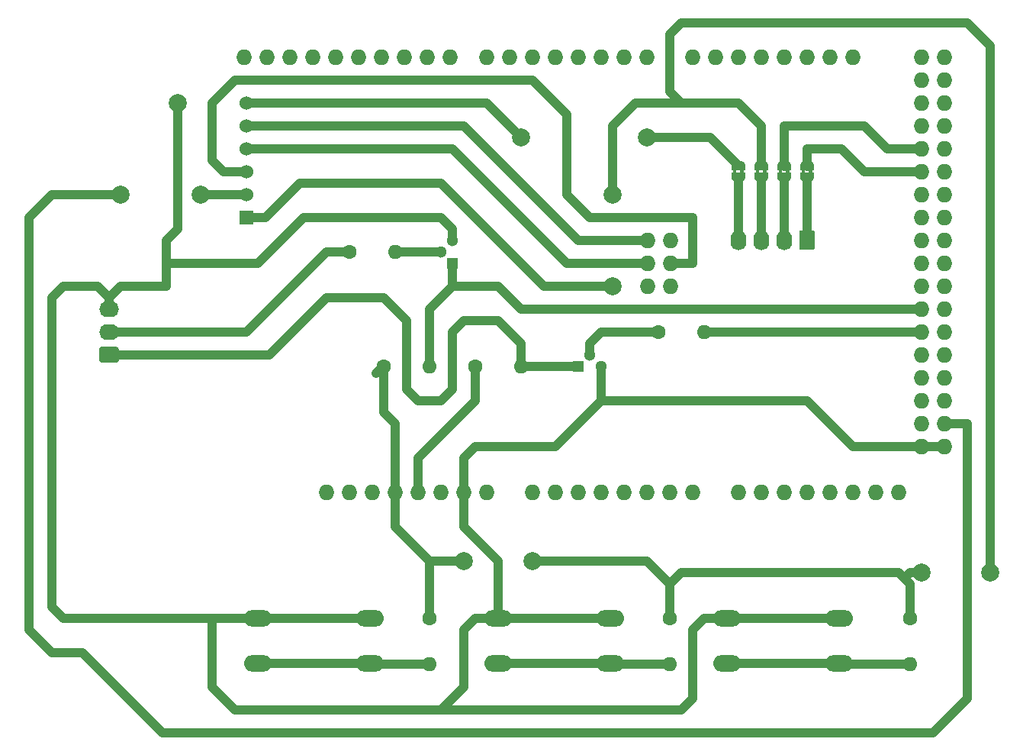
<source format=gbr>
%TF.GenerationSoftware,KiCad,Pcbnew,5.1.6-c6e7f7d~86~ubuntu16.04.1*%
%TF.CreationDate,2020-06-22T18:40:28+01:00*%
%TF.ProjectId,mirotan-due-cassette-shield,6d69726f-7461-46e2-9d64-75652d636173,rev?*%
%TF.SameCoordinates,Original*%
%TF.FileFunction,Copper,L2,Bot*%
%TF.FilePolarity,Positive*%
%FSLAX46Y46*%
G04 Gerber Fmt 4.6, Leading zero omitted, Abs format (unit mm)*
G04 Created by KiCad (PCBNEW 5.1.6-c6e7f7d~86~ubuntu16.04.1) date 2020-06-22 18:40:28*
%MOMM*%
%LPD*%
G01*
G04 APERTURE LIST*
%TA.AperFunction,EtchedComponent*%
%ADD10C,0.100000*%
%TD*%
%TA.AperFunction,ComponentPad*%
%ADD11O,1.727200X1.727200*%
%TD*%
%TA.AperFunction,ComponentPad*%
%ADD12O,3.048000X1.850000*%
%TD*%
%TA.AperFunction,ComponentPad*%
%ADD13O,1.600000X1.600000*%
%TD*%
%TA.AperFunction,ComponentPad*%
%ADD14C,1.600000*%
%TD*%
%TA.AperFunction,SMDPad,CuDef*%
%ADD15C,0.100000*%
%TD*%
%TA.AperFunction,ComponentPad*%
%ADD16O,1.740000X2.190000*%
%TD*%
%TA.AperFunction,ComponentPad*%
%ADD17C,1.524000*%
%TD*%
%TA.AperFunction,ComponentPad*%
%ADD18R,1.524000X1.524000*%
%TD*%
%TA.AperFunction,ComponentPad*%
%ADD19R,1.300000X1.300000*%
%TD*%
%TA.AperFunction,ComponentPad*%
%ADD20C,1.300000*%
%TD*%
%TA.AperFunction,ComponentPad*%
%ADD21O,2.190000X1.740000*%
%TD*%
%TA.AperFunction,ViaPad*%
%ADD22C,2.000000*%
%TD*%
%TA.AperFunction,Conductor*%
%ADD23C,1.000000*%
%TD*%
G04 APERTURE END LIST*
D10*
%TO.C,JP4*%
G36*
X73460000Y41660000D02*
G01*
X73460000Y42160000D01*
X73060000Y42160000D01*
X73060000Y41660000D01*
X73460000Y41660000D01*
G37*
G36*
X74260000Y41660000D02*
G01*
X74260000Y42160000D01*
X73860000Y42160000D01*
X73860000Y41660000D01*
X74260000Y41660000D01*
G37*
%TO.C,JP3*%
G36*
X76000000Y41660000D02*
G01*
X76000000Y42160000D01*
X75600000Y42160000D01*
X75600000Y41660000D01*
X76000000Y41660000D01*
G37*
G36*
X76800000Y41660000D02*
G01*
X76800000Y42160000D01*
X76400000Y42160000D01*
X76400000Y41660000D01*
X76800000Y41660000D01*
G37*
%TO.C,JP2*%
G36*
X78540000Y41660000D02*
G01*
X78540000Y42160000D01*
X78140000Y42160000D01*
X78140000Y41660000D01*
X78540000Y41660000D01*
G37*
G36*
X79340000Y41660000D02*
G01*
X79340000Y42160000D01*
X78940000Y42160000D01*
X78940000Y41660000D01*
X79340000Y41660000D01*
G37*
%TO.C,JP1*%
G36*
X81080000Y41660000D02*
G01*
X81080000Y42160000D01*
X80680000Y42160000D01*
X80680000Y41660000D01*
X81080000Y41660000D01*
G37*
G36*
X81880000Y41660000D02*
G01*
X81880000Y42160000D01*
X81480000Y42160000D01*
X81480000Y41660000D01*
X81880000Y41660000D01*
G37*
%TD*%
D11*
%TO.P,XA1,MISO*%
%TO.N,Net-(A1-Pad5)*%
X63627000Y34290000D03*
%TO.P,XA1,GND6*%
%TO.N,GND*%
X96520000Y11430000D03*
%TO.P,XA1,GND5*%
X93980000Y11430000D03*
%TO.P,XA1,D53*%
%TO.N,Net-(A1-Pad2)*%
X96520000Y13970000D03*
%TO.P,XA1,D52*%
%TO.N,Net-(XA1-PadD52)*%
X93980000Y13970000D03*
%TO.P,XA1,D51*%
%TO.N,Net-(XA1-PadD51)*%
X96520000Y16510000D03*
%TO.P,XA1,D50*%
%TO.N,Net-(XA1-PadD50)*%
X93980000Y16510000D03*
%TO.P,XA1,D49*%
%TO.N,Net-(XA1-PadD49)*%
X96520000Y19050000D03*
%TO.P,XA1,D48*%
%TO.N,Net-(XA1-PadD48)*%
X93980000Y19050000D03*
%TO.P,XA1,D47*%
%TO.N,Net-(XA1-PadD47)*%
X96520000Y21590000D03*
%TO.P,XA1,D46*%
%TO.N,Net-(XA1-PadD46)*%
X93980000Y21590000D03*
%TO.P,XA1,D45*%
%TO.N,Net-(XA1-PadD45)*%
X96520000Y24130000D03*
%TO.P,XA1,D44*%
%TO.N,Net-(R4-Pad2)*%
X93980000Y24130000D03*
%TO.P,XA1,D43*%
%TO.N,Net-(XA1-PadD43)*%
X96520000Y26670000D03*
%TO.P,XA1,D42*%
%TO.N,Net-(Q1-Pad1)*%
X93980000Y26670000D03*
%TO.P,XA1,D41*%
%TO.N,Net-(XA1-PadD41)*%
X96520000Y29210000D03*
%TO.P,XA1,D40*%
%TO.N,Net-(XA1-PadD40)*%
X93980000Y29210000D03*
%TO.P,XA1,D39*%
%TO.N,Net-(XA1-PadD39)*%
X96520000Y31750000D03*
%TO.P,XA1,D38*%
%TO.N,Net-(XA1-PadD38)*%
X93980000Y31750000D03*
%TO.P,XA1,D37*%
%TO.N,Net-(XA1-PadD37)*%
X96520000Y34290000D03*
%TO.P,XA1,D36*%
%TO.N,Net-(XA1-PadD36)*%
X93980000Y34290000D03*
%TO.P,XA1,D35*%
%TO.N,Net-(XA1-PadD35)*%
X96520000Y36830000D03*
%TO.P,XA1,D34*%
%TO.N,Net-(XA1-PadD34)*%
X93980000Y36830000D03*
%TO.P,XA1,D33*%
%TO.N,Net-(XA1-PadD33)*%
X96520000Y39370000D03*
%TO.P,XA1,D32*%
%TO.N,Net-(XA1-PadD32)*%
X93980000Y39370000D03*
%TO.P,XA1,D31*%
%TO.N,Net-(XA1-PadD31)*%
X96520000Y41910000D03*
%TO.P,XA1,D30*%
%TO.N,Net-(JP1-Pad2)*%
X93980000Y41910000D03*
%TO.P,XA1,D29*%
%TO.N,Net-(XA1-PadD29)*%
X96520000Y44450000D03*
%TO.P,XA1,D28*%
%TO.N,Net-(JP2-Pad2)*%
X93980000Y44450000D03*
%TO.P,XA1,D27*%
%TO.N,Net-(XA1-PadD27)*%
X96520000Y46990000D03*
%TO.P,XA1,D26*%
%TO.N,Net-(XA1-PadD26)*%
X93980000Y46990000D03*
%TO.P,XA1,D25*%
%TO.N,Net-(XA1-PadD25)*%
X96520000Y49530000D03*
%TO.P,XA1,D24*%
%TO.N,Net-(XA1-PadD24)*%
X93980000Y49530000D03*
%TO.P,XA1,D23*%
%TO.N,Net-(XA1-PadD23)*%
X96520000Y52070000D03*
%TO.P,XA1,D22*%
%TO.N,Net-(XA1-PadD22)*%
X93980000Y52070000D03*
%TO.P,XA1,5V4*%
%TO.N,Net-(XA1-Pad5V4)*%
X96520000Y54610000D03*
%TO.P,XA1,5V3*%
%TO.N,Net-(XA1-Pad5V3)*%
X93980000Y54610000D03*
%TO.P,XA1,CANT*%
%TO.N,Net-(XA1-PadCANT)*%
X91440000Y6350000D03*
%TO.P,XA1,CANR*%
%TO.N,Net-(XA1-PadCANR)*%
X88900000Y6350000D03*
%TO.P,XA1,DAC1*%
%TO.N,Net-(XA1-PadDAC1)*%
X86360000Y6350000D03*
%TO.P,XA1,DAC0*%
%TO.N,Net-(XA1-PadDAC0)*%
X83820000Y6350000D03*
%TO.P,XA1,A11*%
%TO.N,Net-(XA1-PadA11)*%
X81280000Y6350000D03*
%TO.P,XA1,A10*%
%TO.N,Net-(XA1-PadA10)*%
X78740000Y6350000D03*
%TO.P,XA1,A9*%
%TO.N,Net-(XA1-PadA9)*%
X76200000Y6350000D03*
%TO.P,XA1,A8*%
%TO.N,Net-(XA1-PadA8)*%
X73660000Y6350000D03*
%TO.P,XA1,A7*%
%TO.N,Net-(XA1-PadA7)*%
X68580000Y6350000D03*
%TO.P,XA1,A6*%
%TO.N,Net-(XA1-PadA6)*%
X66040000Y6350000D03*
%TO.P,XA1,A5*%
%TO.N,Net-(XA1-PadA5)*%
X63500000Y6350000D03*
%TO.P,XA1,A4*%
%TO.N,Net-(XA1-PadA4)*%
X60960000Y6350000D03*
%TO.P,XA1,A3*%
%TO.N,Net-(XA1-PadA3)*%
X58420000Y6350000D03*
%TO.P,XA1,A2*%
%TO.N,Net-(XA1-PadA2)*%
X55880000Y6350000D03*
%TO.P,XA1,A1*%
%TO.N,Net-(XA1-PadA1)*%
X53340000Y6350000D03*
%TO.P,XA1,*%
%TO.N,*%
X27940000Y6350000D03*
%TO.P,XA1,D11*%
%TO.N,Net-(XA1-PadD11)*%
X34036000Y54610000D03*
%TO.P,XA1,D12*%
%TO.N,Net-(XA1-PadD12)*%
X31496000Y54610000D03*
%TO.P,XA1,D13*%
%TO.N,Net-(XA1-PadD13)*%
X28956000Y54610000D03*
%TO.P,XA1,AREF*%
%TO.N,Net-(XA1-PadAREF)*%
X23876000Y54610000D03*
%TO.P,XA1,SDA1*%
%TO.N,Net-(XA1-PadSDA1)*%
X21336000Y54610000D03*
%TO.P,XA1,SCL1*%
%TO.N,Net-(XA1-PadSCL1)*%
X18796000Y54610000D03*
%TO.P,XA1,D10*%
%TO.N,Net-(XA1-PadD10)*%
X36576000Y54610000D03*
%TO.P,XA1,D9*%
%TO.N,Net-(XA1-PadD9)*%
X39116000Y54610000D03*
%TO.P,XA1,D8*%
%TO.N,Net-(XA1-PadD8)*%
X41656000Y54610000D03*
%TO.P,XA1,GND1*%
%TO.N,Net-(XA1-PadGND1)*%
X26416000Y54610000D03*
%TO.P,XA1,D7*%
%TO.N,Net-(XA1-PadD7)*%
X45720000Y54610000D03*
%TO.P,XA1,D6*%
%TO.N,Net-(XA1-PadD6)*%
X48260000Y54610000D03*
%TO.P,XA1,D5*%
%TO.N,Net-(XA1-PadD5)*%
X50800000Y54610000D03*
%TO.P,XA1,D4*%
%TO.N,Net-(XA1-PadD4)*%
X53340000Y54610000D03*
%TO.P,XA1,D3*%
%TO.N,Net-(XA1-PadD3)*%
X55880000Y54610000D03*
%TO.P,XA1,D2*%
%TO.N,Net-(XA1-PadD2)*%
X58420000Y54610000D03*
%TO.P,XA1,D1*%
%TO.N,Net-(XA1-PadD1)*%
X60960000Y54610000D03*
%TO.P,XA1,D0*%
%TO.N,Net-(XA1-PadD0)*%
X63500000Y54610000D03*
%TO.P,XA1,D14*%
%TO.N,Net-(XA1-PadD14)*%
X68580000Y54610000D03*
%TO.P,XA1,D15*%
%TO.N,Net-(XA1-PadD15)*%
X71120000Y54610000D03*
%TO.P,XA1,D16*%
%TO.N,Net-(XA1-PadD16)*%
X73660000Y54610000D03*
%TO.P,XA1,D17*%
%TO.N,Net-(XA1-PadD17)*%
X76200000Y54610000D03*
%TO.P,XA1,D18*%
%TO.N,Net-(XA1-PadD18)*%
X78740000Y54610000D03*
%TO.P,XA1,D19*%
%TO.N,Net-(XA1-PadD19)*%
X81280000Y54610000D03*
%TO.P,XA1,D20*%
%TO.N,Net-(XA1-PadD20)*%
X83820000Y54610000D03*
%TO.P,XA1,D21*%
%TO.N,Net-(XA1-PadD21)*%
X86360000Y54610000D03*
%TO.P,XA1,IORF*%
%TO.N,Net-(XA1-PadIORF)*%
X30480000Y6350000D03*
%TO.P,XA1,RST1*%
%TO.N,Net-(XA1-PadRST1)*%
X33020000Y6350000D03*
%TO.P,XA1,3V3*%
%TO.N,+3V3*%
X35560000Y6350000D03*
%TO.P,XA1,5V1*%
%TO.N,+5V*%
X38100000Y6350000D03*
%TO.P,XA1,GND2*%
%TO.N,Net-(XA1-PadGND2)*%
X40640000Y6350000D03*
%TO.P,XA1,GND3*%
%TO.N,GND*%
X43180000Y6350000D03*
%TO.P,XA1,VIN*%
%TO.N,Net-(XA1-PadVIN)*%
X45720000Y6350000D03*
%TO.P,XA1,A0*%
%TO.N,Net-(XA1-PadA0)*%
X50800000Y6350000D03*
%TO.P,XA1,5V2*%
%TO.N,Net-(XA1-Pad5V2)*%
X66167000Y34290000D03*
%TO.P,XA1,SCK*%
%TO.N,Net-(A1-Pad4)*%
X63627000Y31750000D03*
%TO.P,XA1,MOSI*%
%TO.N,Net-(A1-Pad3)*%
X66167000Y31750000D03*
%TO.P,XA1,GND4*%
%TO.N,Net-(XA1-PadGND4)*%
X66167000Y29210000D03*
%TO.P,XA1,RST2*%
%TO.N,Net-(XA1-PadRST2)*%
X63627000Y29210000D03*
%TD*%
D12*
%TO.P,SW3,2*%
%TO.N,Net-(R6-Pad2)*%
X72390000Y-12620000D03*
%TO.P,SW3,1*%
%TO.N,GND*%
X72390000Y-7620000D03*
%TO.P,SW3,2*%
%TO.N,Net-(R6-Pad2)*%
X84890000Y-12620000D03*
%TO.P,SW3,1*%
%TO.N,GND*%
X84890000Y-7620000D03*
%TD*%
%TO.P,SW2,2*%
%TO.N,Net-(R7-Pad2)*%
X20320000Y-12620000D03*
%TO.P,SW2,1*%
%TO.N,GND*%
X20320000Y-7620000D03*
%TO.P,SW2,2*%
%TO.N,Net-(R7-Pad2)*%
X32820000Y-12620000D03*
%TO.P,SW2,1*%
%TO.N,GND*%
X32820000Y-7620000D03*
%TD*%
%TO.P,SW1,2*%
%TO.N,Net-(R5-Pad2)*%
X46990000Y-12620000D03*
%TO.P,SW1,1*%
%TO.N,GND*%
X46990000Y-7620000D03*
%TO.P,SW1,2*%
%TO.N,Net-(R5-Pad2)*%
X59490000Y-12620000D03*
%TO.P,SW1,1*%
%TO.N,GND*%
X59490000Y-7620000D03*
%TD*%
D13*
%TO.P,R7,2*%
%TO.N,Net-(R7-Pad2)*%
X39370000Y-12700000D03*
D14*
%TO.P,R7,1*%
%TO.N,+3V3*%
X39370000Y-7620000D03*
%TD*%
D13*
%TO.P,R6,2*%
%TO.N,Net-(R6-Pad2)*%
X92710000Y-12700000D03*
D14*
%TO.P,R6,1*%
%TO.N,+3V3*%
X92710000Y-7620000D03*
%TD*%
D13*
%TO.P,R5,2*%
%TO.N,Net-(R5-Pad2)*%
X66040000Y-12700000D03*
D14*
%TO.P,R5,1*%
%TO.N,+3V3*%
X66040000Y-7620000D03*
%TD*%
%TA.AperFunction,SMDPad,CuDef*%
D15*
%TO.P,JP4,1*%
%TO.N,Net-(J2-Pad4)*%
G36*
X74410000Y41760000D02*
G01*
X74410000Y41260000D01*
X74409398Y41260000D01*
X74409398Y41235466D01*
X74404588Y41186635D01*
X74395016Y41138510D01*
X74380772Y41091555D01*
X74361995Y41046222D01*
X74338864Y41002949D01*
X74311604Y40962150D01*
X74280476Y40924221D01*
X74245779Y40889524D01*
X74207850Y40858396D01*
X74167051Y40831136D01*
X74123778Y40808005D01*
X74078445Y40789228D01*
X74031490Y40774984D01*
X73983365Y40765412D01*
X73934534Y40760602D01*
X73910000Y40760602D01*
X73910000Y40760000D01*
X73410000Y40760000D01*
X73410000Y40760602D01*
X73385466Y40760602D01*
X73336635Y40765412D01*
X73288510Y40774984D01*
X73241555Y40789228D01*
X73196222Y40808005D01*
X73152949Y40831136D01*
X73112150Y40858396D01*
X73074221Y40889524D01*
X73039524Y40924221D01*
X73008396Y40962150D01*
X72981136Y41002949D01*
X72958005Y41046222D01*
X72939228Y41091555D01*
X72924984Y41138510D01*
X72915412Y41186635D01*
X72910602Y41235466D01*
X72910602Y41260000D01*
X72910000Y41260000D01*
X72910000Y41760000D01*
X74410000Y41760000D01*
G37*
%TD.AperFunction*%
%TA.AperFunction,SMDPad,CuDef*%
%TO.P,JP4,2*%
%TO.N,GND*%
G36*
X72910602Y42560000D02*
G01*
X72910602Y42584534D01*
X72915412Y42633365D01*
X72924984Y42681490D01*
X72939228Y42728445D01*
X72958005Y42773778D01*
X72981136Y42817051D01*
X73008396Y42857850D01*
X73039524Y42895779D01*
X73074221Y42930476D01*
X73112150Y42961604D01*
X73152949Y42988864D01*
X73196222Y43011995D01*
X73241555Y43030772D01*
X73288510Y43045016D01*
X73336635Y43054588D01*
X73385466Y43059398D01*
X73410000Y43059398D01*
X73410000Y43060000D01*
X73910000Y43060000D01*
X73910000Y43059398D01*
X73934534Y43059398D01*
X73983365Y43054588D01*
X74031490Y43045016D01*
X74078445Y43030772D01*
X74123778Y43011995D01*
X74167051Y42988864D01*
X74207850Y42961604D01*
X74245779Y42930476D01*
X74280476Y42895779D01*
X74311604Y42857850D01*
X74338864Y42817051D01*
X74361995Y42773778D01*
X74380772Y42728445D01*
X74395016Y42681490D01*
X74404588Y42633365D01*
X74409398Y42584534D01*
X74409398Y42560000D01*
X74410000Y42560000D01*
X74410000Y42060000D01*
X72910000Y42060000D01*
X72910000Y42560000D01*
X72910602Y42560000D01*
G37*
%TD.AperFunction*%
%TD*%
%TA.AperFunction,SMDPad,CuDef*%
%TO.P,JP3,1*%
%TO.N,Net-(J2-Pad3)*%
G36*
X76950000Y41760000D02*
G01*
X76950000Y41260000D01*
X76949398Y41260000D01*
X76949398Y41235466D01*
X76944588Y41186635D01*
X76935016Y41138510D01*
X76920772Y41091555D01*
X76901995Y41046222D01*
X76878864Y41002949D01*
X76851604Y40962150D01*
X76820476Y40924221D01*
X76785779Y40889524D01*
X76747850Y40858396D01*
X76707051Y40831136D01*
X76663778Y40808005D01*
X76618445Y40789228D01*
X76571490Y40774984D01*
X76523365Y40765412D01*
X76474534Y40760602D01*
X76450000Y40760602D01*
X76450000Y40760000D01*
X75950000Y40760000D01*
X75950000Y40760602D01*
X75925466Y40760602D01*
X75876635Y40765412D01*
X75828510Y40774984D01*
X75781555Y40789228D01*
X75736222Y40808005D01*
X75692949Y40831136D01*
X75652150Y40858396D01*
X75614221Y40889524D01*
X75579524Y40924221D01*
X75548396Y40962150D01*
X75521136Y41002949D01*
X75498005Y41046222D01*
X75479228Y41091555D01*
X75464984Y41138510D01*
X75455412Y41186635D01*
X75450602Y41235466D01*
X75450602Y41260000D01*
X75450000Y41260000D01*
X75450000Y41760000D01*
X76950000Y41760000D01*
G37*
%TD.AperFunction*%
%TA.AperFunction,SMDPad,CuDef*%
%TO.P,JP3,2*%
%TO.N,+3V3*%
G36*
X75450602Y42560000D02*
G01*
X75450602Y42584534D01*
X75455412Y42633365D01*
X75464984Y42681490D01*
X75479228Y42728445D01*
X75498005Y42773778D01*
X75521136Y42817051D01*
X75548396Y42857850D01*
X75579524Y42895779D01*
X75614221Y42930476D01*
X75652150Y42961604D01*
X75692949Y42988864D01*
X75736222Y43011995D01*
X75781555Y43030772D01*
X75828510Y43045016D01*
X75876635Y43054588D01*
X75925466Y43059398D01*
X75950000Y43059398D01*
X75950000Y43060000D01*
X76450000Y43060000D01*
X76450000Y43059398D01*
X76474534Y43059398D01*
X76523365Y43054588D01*
X76571490Y43045016D01*
X76618445Y43030772D01*
X76663778Y43011995D01*
X76707051Y42988864D01*
X76747850Y42961604D01*
X76785779Y42930476D01*
X76820476Y42895779D01*
X76851604Y42857850D01*
X76878864Y42817051D01*
X76901995Y42773778D01*
X76920772Y42728445D01*
X76935016Y42681490D01*
X76944588Y42633365D01*
X76949398Y42584534D01*
X76949398Y42560000D01*
X76950000Y42560000D01*
X76950000Y42060000D01*
X75450000Y42060000D01*
X75450000Y42560000D01*
X75450602Y42560000D01*
G37*
%TD.AperFunction*%
%TD*%
%TA.AperFunction,SMDPad,CuDef*%
%TO.P,JP2,1*%
%TO.N,Net-(J2-Pad2)*%
G36*
X79490000Y41760000D02*
G01*
X79490000Y41260000D01*
X79489398Y41260000D01*
X79489398Y41235466D01*
X79484588Y41186635D01*
X79475016Y41138510D01*
X79460772Y41091555D01*
X79441995Y41046222D01*
X79418864Y41002949D01*
X79391604Y40962150D01*
X79360476Y40924221D01*
X79325779Y40889524D01*
X79287850Y40858396D01*
X79247051Y40831136D01*
X79203778Y40808005D01*
X79158445Y40789228D01*
X79111490Y40774984D01*
X79063365Y40765412D01*
X79014534Y40760602D01*
X78990000Y40760602D01*
X78990000Y40760000D01*
X78490000Y40760000D01*
X78490000Y40760602D01*
X78465466Y40760602D01*
X78416635Y40765412D01*
X78368510Y40774984D01*
X78321555Y40789228D01*
X78276222Y40808005D01*
X78232949Y40831136D01*
X78192150Y40858396D01*
X78154221Y40889524D01*
X78119524Y40924221D01*
X78088396Y40962150D01*
X78061136Y41002949D01*
X78038005Y41046222D01*
X78019228Y41091555D01*
X78004984Y41138510D01*
X77995412Y41186635D01*
X77990602Y41235466D01*
X77990602Y41260000D01*
X77990000Y41260000D01*
X77990000Y41760000D01*
X79490000Y41760000D01*
G37*
%TD.AperFunction*%
%TA.AperFunction,SMDPad,CuDef*%
%TO.P,JP2,2*%
%TO.N,Net-(JP2-Pad2)*%
G36*
X77990602Y42560000D02*
G01*
X77990602Y42584534D01*
X77995412Y42633365D01*
X78004984Y42681490D01*
X78019228Y42728445D01*
X78038005Y42773778D01*
X78061136Y42817051D01*
X78088396Y42857850D01*
X78119524Y42895779D01*
X78154221Y42930476D01*
X78192150Y42961604D01*
X78232949Y42988864D01*
X78276222Y43011995D01*
X78321555Y43030772D01*
X78368510Y43045016D01*
X78416635Y43054588D01*
X78465466Y43059398D01*
X78490000Y43059398D01*
X78490000Y43060000D01*
X78990000Y43060000D01*
X78990000Y43059398D01*
X79014534Y43059398D01*
X79063365Y43054588D01*
X79111490Y43045016D01*
X79158445Y43030772D01*
X79203778Y43011995D01*
X79247051Y42988864D01*
X79287850Y42961604D01*
X79325779Y42930476D01*
X79360476Y42895779D01*
X79391604Y42857850D01*
X79418864Y42817051D01*
X79441995Y42773778D01*
X79460772Y42728445D01*
X79475016Y42681490D01*
X79484588Y42633365D01*
X79489398Y42584534D01*
X79489398Y42560000D01*
X79490000Y42560000D01*
X79490000Y42060000D01*
X77990000Y42060000D01*
X77990000Y42560000D01*
X77990602Y42560000D01*
G37*
%TD.AperFunction*%
%TD*%
%TA.AperFunction,SMDPad,CuDef*%
%TO.P,JP1,1*%
%TO.N,Net-(J2-Pad1)*%
G36*
X82030000Y41760000D02*
G01*
X82030000Y41260000D01*
X82029398Y41260000D01*
X82029398Y41235466D01*
X82024588Y41186635D01*
X82015016Y41138510D01*
X82000772Y41091555D01*
X81981995Y41046222D01*
X81958864Y41002949D01*
X81931604Y40962150D01*
X81900476Y40924221D01*
X81865779Y40889524D01*
X81827850Y40858396D01*
X81787051Y40831136D01*
X81743778Y40808005D01*
X81698445Y40789228D01*
X81651490Y40774984D01*
X81603365Y40765412D01*
X81554534Y40760602D01*
X81530000Y40760602D01*
X81530000Y40760000D01*
X81030000Y40760000D01*
X81030000Y40760602D01*
X81005466Y40760602D01*
X80956635Y40765412D01*
X80908510Y40774984D01*
X80861555Y40789228D01*
X80816222Y40808005D01*
X80772949Y40831136D01*
X80732150Y40858396D01*
X80694221Y40889524D01*
X80659524Y40924221D01*
X80628396Y40962150D01*
X80601136Y41002949D01*
X80578005Y41046222D01*
X80559228Y41091555D01*
X80544984Y41138510D01*
X80535412Y41186635D01*
X80530602Y41235466D01*
X80530602Y41260000D01*
X80530000Y41260000D01*
X80530000Y41760000D01*
X82030000Y41760000D01*
G37*
%TD.AperFunction*%
%TA.AperFunction,SMDPad,CuDef*%
%TO.P,JP1,2*%
%TO.N,Net-(JP1-Pad2)*%
G36*
X80530602Y42560000D02*
G01*
X80530602Y42584534D01*
X80535412Y42633365D01*
X80544984Y42681490D01*
X80559228Y42728445D01*
X80578005Y42773778D01*
X80601136Y42817051D01*
X80628396Y42857850D01*
X80659524Y42895779D01*
X80694221Y42930476D01*
X80732150Y42961604D01*
X80772949Y42988864D01*
X80816222Y43011995D01*
X80861555Y43030772D01*
X80908510Y43045016D01*
X80956635Y43054588D01*
X81005466Y43059398D01*
X81030000Y43059398D01*
X81030000Y43060000D01*
X81530000Y43060000D01*
X81530000Y43059398D01*
X81554534Y43059398D01*
X81603365Y43054588D01*
X81651490Y43045016D01*
X81698445Y43030772D01*
X81743778Y43011995D01*
X81787051Y42988864D01*
X81827850Y42961604D01*
X81865779Y42930476D01*
X81900476Y42895779D01*
X81931604Y42857850D01*
X81958864Y42817051D01*
X81981995Y42773778D01*
X82000772Y42728445D01*
X82015016Y42681490D01*
X82024588Y42633365D01*
X82029398Y42584534D01*
X82029398Y42560000D01*
X82030000Y42560000D01*
X82030000Y42060000D01*
X80530000Y42060000D01*
X80530000Y42560000D01*
X80530602Y42560000D01*
G37*
%TD.AperFunction*%
%TD*%
D16*
%TO.P,J2,4*%
%TO.N,Net-(J2-Pad4)*%
X73660000Y34290000D03*
%TO.P,J2,3*%
%TO.N,Net-(J2-Pad3)*%
X76200000Y34290000D03*
%TO.P,J2,2*%
%TO.N,Net-(J2-Pad2)*%
X78740000Y34290000D03*
%TO.P,J2,1*%
%TO.N,Net-(J2-Pad1)*%
%TA.AperFunction,ComponentPad*%
G36*
G01*
X82150000Y35135001D02*
X82150000Y33444999D01*
G75*
G02*
X81900001Y33195000I-249999J0D01*
G01*
X80659999Y33195000D01*
G75*
G02*
X80410000Y33444999I0J249999D01*
G01*
X80410000Y35135001D01*
G75*
G02*
X80659999Y35385000I249999J0D01*
G01*
X81900001Y35385000D01*
G75*
G02*
X82150000Y35135001I0J-249999D01*
G01*
G37*
%TD.AperFunction*%
%TD*%
D17*
%TO.P,A1,6*%
%TO.N,GND*%
X19050000Y49530000D03*
%TO.P,A1,5*%
%TO.N,Net-(A1-Pad5)*%
X19050000Y46990000D03*
%TO.P,A1,4*%
%TO.N,Net-(A1-Pad4)*%
X19050000Y44450000D03*
%TO.P,A1,3*%
%TO.N,Net-(A1-Pad3)*%
X19050000Y41910000D03*
%TO.P,A1,2*%
%TO.N,Net-(A1-Pad2)*%
X19050000Y39370000D03*
D18*
%TO.P,A1,1*%
%TO.N,+3V3*%
X19050000Y36830000D03*
%TD*%
D19*
%TO.P,Q2,1*%
%TO.N,Net-(J1-Pad1)*%
X55880000Y20320000D03*
D20*
%TO.P,Q2,3*%
%TO.N,GND*%
X58420000Y20320000D03*
%TO.P,Q2,2*%
%TO.N,Net-(Q2-Pad2)*%
X57150000Y21590000D03*
%TD*%
D19*
%TO.P,Q1,1*%
%TO.N,Net-(Q1-Pad1)*%
X41910000Y31750000D03*
D20*
%TO.P,Q1,3*%
%TO.N,GND*%
X41910000Y34290000D03*
%TO.P,Q1,2*%
%TO.N,Net-(Q1-Pad2)*%
X40640000Y33020000D03*
%TD*%
D13*
%TO.P,R4,2*%
%TO.N,Net-(R4-Pad2)*%
X69850000Y24130000D03*
D14*
%TO.P,R4,1*%
%TO.N,Net-(Q2-Pad2)*%
X64770000Y24130000D03*
%TD*%
D13*
%TO.P,R3,2*%
%TO.N,Net-(Q1-Pad1)*%
X39370000Y20320000D03*
D14*
%TO.P,R3,1*%
%TO.N,+3V3*%
X34290000Y20320000D03*
%TD*%
D13*
%TO.P,R2,2*%
%TO.N,Net-(J1-Pad1)*%
X49530000Y20320000D03*
D14*
%TO.P,R2,1*%
%TO.N,+5V*%
X44450000Y20320000D03*
%TD*%
D13*
%TO.P,R1,2*%
%TO.N,Net-(Q1-Pad2)*%
X35560000Y33020000D03*
D14*
%TO.P,R1,1*%
%TO.N,Net-(J1-Pad2)*%
X30480000Y33020000D03*
%TD*%
D21*
%TO.P,J1,3*%
%TO.N,GND*%
X3810000Y26670000D03*
%TO.P,J1,2*%
%TO.N,Net-(J1-Pad2)*%
X3810000Y24130000D03*
%TO.P,J1,1*%
%TO.N,Net-(J1-Pad1)*%
%TA.AperFunction,ComponentPad*%
G36*
G01*
X4655001Y20720000D02*
X2964999Y20720000D01*
G75*
G02*
X2715000Y20969999I0J249999D01*
G01*
X2715000Y22210001D01*
G75*
G02*
X2964999Y22460000I249999J0D01*
G01*
X4655001Y22460000D01*
G75*
G02*
X4905000Y22210001I0J-249999D01*
G01*
X4905000Y20969999D01*
G75*
G02*
X4655001Y20720000I-249999J0D01*
G01*
G37*
%TD.AperFunction*%
%TD*%
D22*
%TO.N,GND*%
X11430000Y49530000D03*
X63500000Y45720000D03*
X49530000Y45720000D03*
%TO.N,+3V3*%
X43180000Y-1270000D03*
X50800000Y-1270000D03*
X101600000Y-2540000D03*
X93980000Y-2540000D03*
X59690000Y39370000D03*
X59690000Y29210000D03*
%TO.N,Net-(A1-Pad2)*%
X5080000Y39370000D03*
X13970000Y39370000D03*
%TD*%
D23*
%TO.N,GND*%
X58420000Y20320000D02*
X58420000Y16510000D01*
X58420000Y16510000D02*
X53340000Y11430000D01*
X53340000Y11430000D02*
X44450000Y11430000D01*
X43180000Y10160000D02*
X43180000Y6350000D01*
X44450000Y11430000D02*
X43180000Y10160000D01*
X96520000Y11430000D02*
X93980000Y11430000D01*
X93980000Y11430000D02*
X86360000Y11430000D01*
X81280000Y16510000D02*
X58420000Y16510000D01*
X86360000Y11430000D02*
X81280000Y16510000D01*
X10160000Y34290000D02*
X11430000Y35560000D01*
X11430000Y35560000D02*
X11430000Y49530000D01*
X10160000Y29210000D02*
X5080000Y29210000D01*
X3810000Y27940000D02*
X3810000Y26670000D01*
X5080000Y29210000D02*
X3810000Y27940000D01*
X43180000Y6350000D02*
X43180000Y5080000D01*
X43180000Y6350000D02*
X43180000Y2540000D01*
X46990000Y-1270000D02*
X46990000Y-7620000D01*
X43180000Y2540000D02*
X46990000Y-1270000D01*
X46990000Y-7620000D02*
X59490000Y-7620000D01*
X72390000Y-7620000D02*
X84890000Y-7620000D01*
X32820000Y-7620000D02*
X20320000Y-7620000D01*
X-2540000Y-6350000D02*
X-1270000Y-7620000D01*
X3810000Y27940000D02*
X2540000Y29210000D01*
X2540000Y29210000D02*
X-1270000Y29210000D01*
X-1270000Y29210000D02*
X-2540000Y27940000D01*
X-2540000Y27940000D02*
X-2540000Y-6350000D01*
X-1270000Y-7620000D02*
X15240000Y-7620000D01*
X15240000Y-7620000D02*
X15240000Y-15240000D01*
X15240000Y-7620000D02*
X20320000Y-7620000D01*
X15240000Y-15240000D02*
X17780000Y-17780000D01*
X17780000Y-17780000D02*
X40640000Y-17780000D01*
X40640000Y-17780000D02*
X43180000Y-15240000D01*
X43180000Y-15240000D02*
X43180000Y-8890000D01*
X44450000Y-7620000D02*
X46990000Y-7620000D01*
X43180000Y-8890000D02*
X44450000Y-7620000D01*
X40640000Y-17780000D02*
X67310000Y-17780000D01*
X67310000Y-17780000D02*
X68580000Y-16510000D01*
X68580000Y-16510000D02*
X68580000Y-8890000D01*
X69850000Y-7620000D02*
X72390000Y-7620000D01*
X68580000Y-8890000D02*
X69850000Y-7620000D01*
X10160000Y33020000D02*
X10160000Y34290000D01*
X41910000Y35560000D02*
X41910000Y34290000D01*
X40640000Y36830000D02*
X41910000Y35560000D01*
X40640000Y36830000D02*
X25400000Y36830000D01*
X20320000Y31750000D02*
X10160000Y31750000D01*
X25400000Y36830000D02*
X20320000Y31750000D01*
X10160000Y31750000D02*
X10160000Y33020000D01*
X10160000Y29210000D02*
X10160000Y31750000D01*
X73660000Y42560000D02*
X70500000Y45720000D01*
X70500000Y45720000D02*
X63500000Y45720000D01*
X63500000Y45720000D02*
X63500000Y45720000D01*
X45720000Y49530000D02*
X19050000Y49530000D01*
X49530000Y45720000D02*
X45720000Y49530000D01*
%TO.N,Net-(J1-Pad2)*%
X19050000Y24130000D02*
X27940000Y33020000D01*
X27940000Y33020000D02*
X30480000Y33020000D01*
X3810000Y24130000D02*
X19050000Y24130000D01*
%TO.N,Net-(J1-Pad1)*%
X49530000Y20320000D02*
X55880000Y20320000D01*
X46990000Y25400000D02*
X43180000Y25400000D01*
X41910000Y17780000D02*
X40640000Y16510000D01*
X36830000Y25400000D02*
X34290000Y27940000D01*
X43180000Y25400000D02*
X41910000Y24130000D01*
X49530000Y22860000D02*
X46990000Y25400000D01*
X49530000Y20320000D02*
X49530000Y22860000D01*
X38100000Y16510000D02*
X36830000Y17780000D01*
X41910000Y24130000D02*
X41910000Y17780000D01*
X36830000Y17780000D02*
X36830000Y25400000D01*
X40640000Y16510000D02*
X38100000Y16510000D01*
X34290000Y27940000D02*
X27940000Y27940000D01*
X21590000Y21590000D02*
X3810000Y21590000D01*
X27940000Y27940000D02*
X21590000Y21590000D01*
%TO.N,Net-(Q1-Pad2)*%
X40640000Y33020000D02*
X35560000Y33020000D01*
%TO.N,+5V*%
X44450000Y20320000D02*
X44450000Y16510000D01*
X44450000Y16510000D02*
X38100000Y10160000D01*
X38100000Y10160000D02*
X38100000Y6350000D01*
%TO.N,Net-(Q1-Pad1)*%
X41910000Y31750000D02*
X41910000Y29210000D01*
X39370000Y26670000D02*
X39370000Y20320000D01*
X41910000Y29210000D02*
X39370000Y26670000D01*
X49530000Y26670000D02*
X46990000Y29210000D01*
X46990000Y29210000D02*
X41910000Y29210000D01*
X93980000Y26670000D02*
X49530000Y26670000D01*
%TO.N,+3V3*%
X35560000Y6350000D02*
X35560000Y13970000D01*
X35560000Y13970000D02*
X34290000Y15240000D01*
X34290000Y15240000D02*
X34290000Y20320000D01*
X35560000Y6350000D02*
X35560000Y2540000D01*
X39370000Y-1270000D02*
X39370000Y-7620000D01*
X35560000Y2540000D02*
X39370000Y-1270000D01*
X92710000Y-7620000D02*
X92710000Y-3810000D01*
X91440000Y-2540000D02*
X67310000Y-2540000D01*
X66040000Y-3810000D02*
X66040000Y-7620000D01*
X67310000Y-2540000D02*
X66040000Y-3810000D01*
X66040000Y-3810000D02*
X63500000Y-1270000D01*
X63500000Y-1270000D02*
X50800000Y-1270000D01*
X39370000Y-1270000D02*
X43180000Y-1270000D01*
X43180000Y-1270000D02*
X43180000Y-1270000D01*
X50800000Y-1270000D02*
X50800000Y-1270000D01*
X76200000Y42560000D02*
X76200000Y46990000D01*
X76200000Y46990000D02*
X73660000Y49530000D01*
X73660000Y49530000D02*
X67310000Y49530000D01*
X67310000Y49530000D02*
X66040000Y50800000D01*
X66040000Y50800000D02*
X66040000Y57150000D01*
X66040000Y57150000D02*
X67310000Y58420000D01*
X67310000Y58420000D02*
X99060000Y58420000D01*
X99060000Y58420000D02*
X101600000Y55880000D01*
X101600000Y55880000D02*
X101600000Y-2540000D01*
X101600000Y-2540000D02*
X101600000Y-2540000D01*
X93980000Y-2540000D02*
X92710000Y-2540000D01*
X92710000Y-2540000D02*
X92075000Y-3175000D01*
X92075000Y-3175000D02*
X91440000Y-2540000D01*
X92710000Y-3810000D02*
X92075000Y-3175000D01*
X34290000Y20320000D02*
X33490001Y19520001D01*
X67310000Y49530000D02*
X62230000Y49530000D01*
X62230000Y49530000D02*
X59690000Y46990000D01*
X59690000Y46990000D02*
X59690000Y39370000D01*
X59690000Y39370000D02*
X59690000Y39370000D01*
X59690000Y29210000D02*
X52070000Y29210000D01*
X52070000Y29210000D02*
X40640000Y40640000D01*
X40640000Y40640000D02*
X24972930Y40640000D01*
X21162930Y36830000D02*
X19050000Y36830000D01*
X24972930Y40640000D02*
X21162930Y36830000D01*
%TO.N,Net-(R4-Pad2)*%
X69850000Y24130000D02*
X93980000Y24130000D01*
%TO.N,Net-(Q2-Pad2)*%
X57150000Y21590000D02*
X57150000Y22860000D01*
X58420000Y24130000D02*
X64770000Y24130000D01*
X57150000Y22860000D02*
X58420000Y24130000D01*
%TO.N,Net-(A1-Pad5)*%
X63627000Y34290000D02*
X55880000Y34290000D01*
X43180000Y46990000D02*
X19050000Y46990000D01*
X55880000Y34290000D02*
X43180000Y46990000D01*
%TO.N,Net-(A1-Pad4)*%
X63627000Y31750000D02*
X54610000Y31750000D01*
X41910000Y44450000D02*
X19050000Y44450000D01*
X54610000Y31750000D02*
X41910000Y44450000D01*
%TO.N,Net-(A1-Pad3)*%
X15240000Y49530000D02*
X17780000Y52070000D01*
X17780000Y52070000D02*
X50800000Y52070000D01*
X54610000Y39370000D02*
X57150000Y36830000D01*
X15240000Y43180000D02*
X15240000Y49530000D01*
X16510000Y41910000D02*
X15240000Y43180000D01*
X50800000Y52070000D02*
X54610000Y48260000D01*
X57150000Y36830000D02*
X68580000Y36830000D01*
X68580000Y31750000D02*
X66167000Y31750000D01*
X19050000Y41910000D02*
X16510000Y41910000D01*
X54610000Y48260000D02*
X54610000Y39370000D01*
X68580000Y36830000D02*
X68580000Y31750000D01*
%TO.N,Net-(A1-Pad2)*%
X96520000Y13970000D02*
X99060000Y13970000D01*
X99060000Y13970000D02*
X99060000Y-16510000D01*
X99060000Y-16510000D02*
X95250000Y-20320000D01*
X9732930Y-20320000D02*
X842930Y-11430000D01*
X95250000Y-20320000D02*
X9732930Y-20320000D01*
X842930Y-11430000D02*
X-2540000Y-11430000D01*
X-2540000Y-11430000D02*
X-5080000Y-8890000D01*
X-5080000Y-8890000D02*
X-5080000Y36830000D01*
X-5080000Y36830000D02*
X-2540000Y39370000D01*
X19050000Y39370000D02*
X16486002Y39370000D01*
X-2540000Y39370000D02*
X5080000Y39370000D01*
X5080000Y39370000D02*
X5080000Y39370000D01*
X16486002Y39370000D02*
X13970000Y39370000D01*
%TO.N,Net-(J2-Pad4)*%
X73660000Y41260000D02*
X73660000Y34290000D01*
%TO.N,Net-(J2-Pad3)*%
X76200000Y34290000D02*
X76200000Y41260000D01*
%TO.N,Net-(J2-Pad2)*%
X78740000Y41260000D02*
X78740000Y34290000D01*
%TO.N,Net-(J2-Pad1)*%
X81280000Y34290000D02*
X81280000Y40640000D01*
X81280000Y40640000D02*
X81280000Y41260000D01*
%TO.N,Net-(JP1-Pad2)*%
X93980000Y41910000D02*
X87630000Y41910000D01*
X87630000Y41910000D02*
X85090000Y44450000D01*
X85090000Y44450000D02*
X82550000Y44450000D01*
X82550000Y44450000D02*
X81280000Y44450000D01*
X81280000Y44450000D02*
X81280000Y42460010D01*
%TO.N,Net-(JP2-Pad2)*%
X93980000Y44450000D02*
X90170000Y44450000D01*
X90170000Y44450000D02*
X87630000Y46990000D01*
X87630000Y46990000D02*
X82122930Y46990000D01*
X82122930Y46990000D02*
X78740000Y46990000D01*
X78740000Y46990000D02*
X78740000Y43180000D01*
X78740000Y43180000D02*
X78740000Y42460010D01*
%TO.N,Net-(R5-Pad2)*%
X59490000Y-12620000D02*
X46990000Y-12620000D01*
X59570000Y-12700000D02*
X59490000Y-12620000D01*
X66040000Y-12700000D02*
X59570000Y-12700000D01*
%TO.N,Net-(R6-Pad2)*%
X84890000Y-12620000D02*
X72390000Y-12620000D01*
X84970000Y-12700000D02*
X84890000Y-12620000D01*
X92710000Y-12700000D02*
X84970000Y-12700000D01*
%TO.N,Net-(R7-Pad2)*%
X20320000Y-12620000D02*
X32820000Y-12620000D01*
X32900000Y-12700000D02*
X32820000Y-12620000D01*
X39370000Y-12700000D02*
X32900000Y-12700000D01*
%TD*%
M02*

</source>
